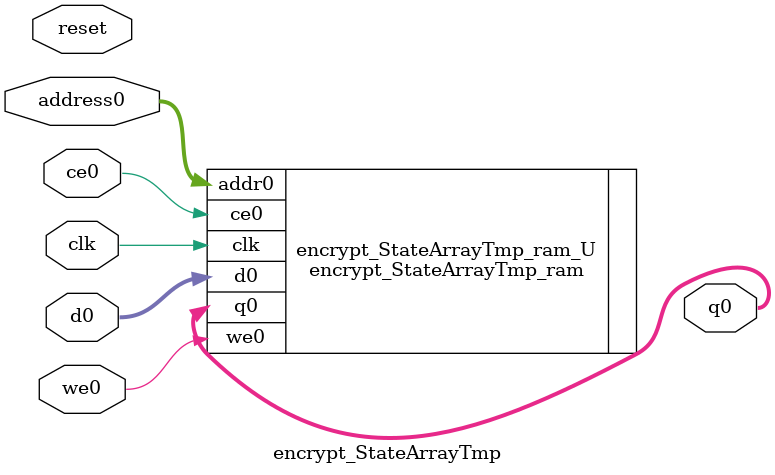
<source format=v>

`timescale 1 ns / 1 ps
module encrypt_StateArrayTmp(
    reset,
    clk,
    address0,
    ce0,
    we0,
    d0,
    q0);

parameter DataWidth = 32'd8;
parameter AddressRange = 32'd16;
parameter AddressWidth = 32'd4;
input reset;
input clk;
input[AddressWidth - 1:0] address0;
input ce0;
input we0;
input[DataWidth - 1:0] d0;
output[DataWidth - 1:0] q0;



encrypt_StateArrayTmp_ram encrypt_StateArrayTmp_ram_U(
    .clk( clk ),
    .addr0( address0 ),
    .ce0( ce0 ),
    .d0( d0 ),
    .we0( we0 ),
    .q0( q0 ));

endmodule

</source>
